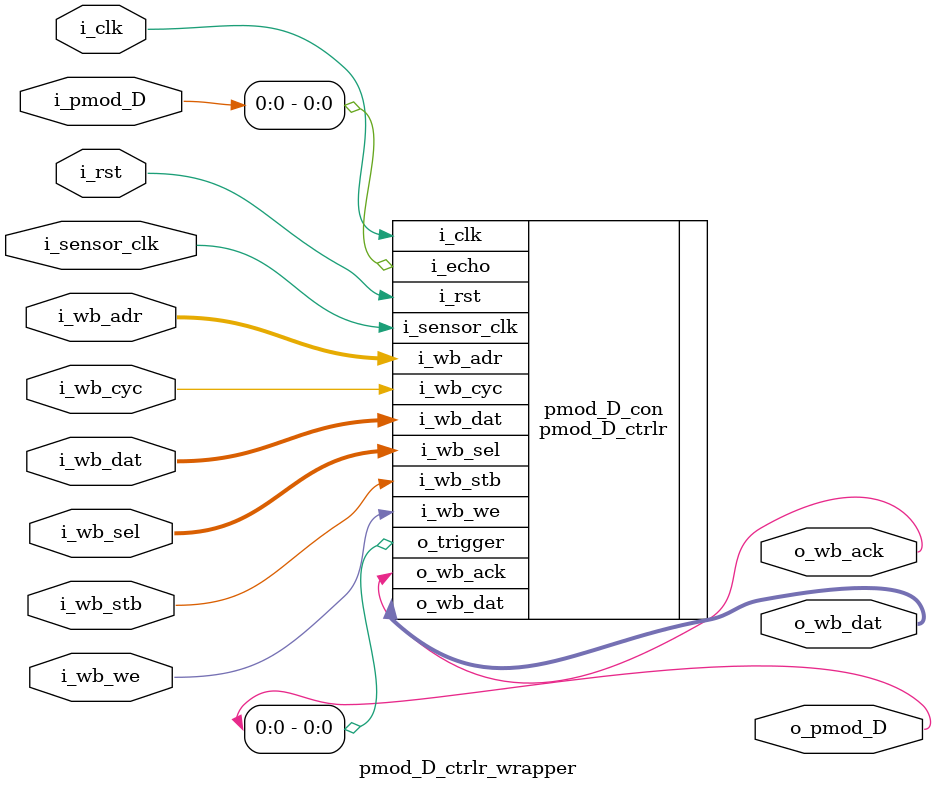
<source format=v>
/*
* Author: Ibrahim Binmahfood, Robert Wilcox, and Mohamed Gnedi
* ECE540, Kravitz
* Final Project, PMOD D Controller - wrapper
* 11/26/2023
*
* Platform: RVfpga on Boolean Board
* Description: Wraps the system verilog rtl module 'pmod_D_ctrlr' into a verilog
* module. Due to System Verilog not directly supported by Vivado for rtl modules
* System Verilog. The 3 bits remaining for 'i_pmod_D' and 'o_pmod_D' are left
* unconnected since they are not used.
*
*/

module pmod_D_ctrlr_wrapper
    (input wire i_clk,
     input wire i_rst,
     // Wishbone Interface
     input wire [5:0] i_wb_adr,     // only need 6 bits for six registers
     input wire [31:0] i_wb_dat,
     input wire [3:0] i_wb_sel,     // At most need 4 select lines
     input wire i_wb_we,
     input wire i_wb_cyc,
     input wire i_wb_stb,
     output wire [31:0] o_wb_dat,   // Have 32 bit register peripherals
     output wire o_wb_ack,
     // Ultrasonic Sensor (HC-SR04) signals
     input wire i_sensor_clk,   // @64 MHz
     output wire [3:0] o_pmod_D ,      // trigger pin as 0th bit
     input wire [3:0] i_pmod_D);        // echo pin as 0th bit

    pmod_D_ctrlr pmod_D_con
       (.i_clk          (i_clk),
        .i_rst          (i_rst),
        .i_wb_adr       (i_wb_adr),
        .i_wb_dat       (i_wb_dat),
        .i_wb_sel       (i_wb_sel),
        .i_wb_we        (i_wb_we),
        .i_wb_cyc       (i_wb_cyc),
        .i_wb_stb       (i_wb_stb),
        .o_wb_dat       (o_wb_dat),
        .o_wb_ack       (o_wb_ack),
        .i_sensor_clk   (i_sensor_clk),
        .o_trigger      (o_pmod_D[0]),
        .i_echo         (i_pmod_D[0]));

endmodule

</source>
